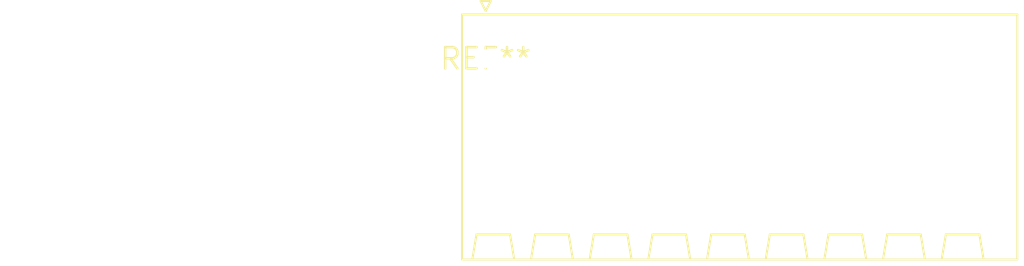
<source format=kicad_pcb>
(kicad_pcb (version 20240108) (generator pcbnew)
  (layers (0 "F.Cu" signal) (31 "B.Cu" signal) (34 "B.Paste" user) (35 "F.Paste" user) (36 "B.SilkS" user "B.Silkscreen") (37 "F.SilkS" user "F.Silkscreen") (38 "B.Mask" user) (39 "F.Mask" user) (44 "Edge.Cuts" user))
  (net 0 "")
  (footprint "PhoenixContact_SPT_1.5_9-H-3.5_1x09_P3.5mm_Horizontal" (layer "F.Cu") (at 0 0)
    (property "Reference" "REF**")
    (property "Value" "PhoenixContact_SPT_1.5_9-H-3.5_1x09_P3.5mm_Horizontal")
    (fp_line (start -1.41 -2.64) (end 31.71 -2.64) (layer "F.SilkS") (stroke (width 0.12)))
    (fp_line (start -1.41 11.98) (end -1.41 -2.64) (layer "F.SilkS") (stroke (width 0.12)))
    (fp_line (start -0.8 11.98) (end -0.55 10.48) (layer "F.SilkS") (stroke (width 0.12)))
    (fp_line (start -0.55 10.48) (end 1.45 10.48) (layer "F.SilkS") (stroke (width 0.12)))
    (fp_line (start -0.3 -3.44) (end 0 -2.84) (layer "F.SilkS") (stroke (width 0.12)))
    (fp_line (start -0.3 -3.44) (end 0.3 -3.44) (layer "F.SilkS") (stroke (width 0.12)))
    (fp_line (start 0.3 -3.44) (end 0 -2.84) (layer "F.SilkS") (stroke (width 0.12)))
    (fp_line (start 1.7 11.98) (end 1.45 10.48) (layer "F.SilkS") (stroke (width 0.12)))
    (fp_line (start 2.7 11.98) (end 2.95 10.48) (layer "F.SilkS") (stroke (width 0.12)))
    (fp_line (start 2.95 10.48) (end 4.95 10.48) (layer "F.SilkS") (stroke (width 0.12)))
    (fp_line (start 5.2 11.98) (end 4.95 10.48) (layer "F.SilkS") (stroke (width 0.12)))
    (fp_line (start 6.2 11.98) (end 6.45 10.48) (layer "F.SilkS") (stroke (width 0.12)))
    (fp_line (start 6.45 10.48) (end 8.45 10.48) (layer "F.SilkS") (stroke (width 0.12)))
    (fp_line (start 8.7 11.98) (end 8.45 10.48) (layer "F.SilkS") (stroke (width 0.12)))
    (fp_line (start 9.7 11.98) (end 9.95 10.48) (layer "F.SilkS") (stroke (width 0.12)))
    (fp_line (start 9.95 10.48) (end 11.95 10.48) (layer "F.SilkS") (stroke (width 0.12)))
    (fp_line (start 12.2 11.98) (end 11.95 10.48) (layer "F.SilkS") (stroke (width 0.12)))
    (fp_line (start 13.2 11.98) (end 13.45 10.48) (layer "F.SilkS") (stroke (width 0.12)))
    (fp_line (start 13.45 10.48) (end 15.45 10.48) (layer "F.SilkS") (stroke (width 0.12)))
    (fp_line (start 15.7 11.98) (end 15.45 10.48) (layer "F.SilkS") (stroke (width 0.12)))
    (fp_line (start 16.7 11.98) (end 16.95 10.48) (layer "F.SilkS") (stroke (width 0.12)))
    (fp_line (start 16.95 10.48) (end 18.95 10.48) (layer "F.SilkS") (stroke (width 0.12)))
    (fp_line (start 19.2 11.98) (end 18.95 10.48) (layer "F.SilkS") (stroke (width 0.12)))
    (fp_line (start 20.2 11.98) (end 20.45 10.48) (layer "F.SilkS") (stroke (width 0.12)))
    (fp_line (start 20.45 10.48) (end 22.45 10.48) (layer "F.SilkS") (stroke (width 0.12)))
    (fp_line (start 22.7 11.98) (end 22.45 10.48) (layer "F.SilkS") (stroke (width 0.12)))
    (fp_line (start 23.7 11.98) (end 23.95 10.48) (layer "F.SilkS") (stroke (width 0.12)))
    (fp_line (start 23.95 10.48) (end 25.95 10.48) (layer "F.SilkS") (stroke (width 0.12)))
    (fp_line (start 26.2 11.98) (end 25.95 10.48) (layer "F.SilkS") (stroke (width 0.12)))
    (fp_line (start 27.2 11.98) (end 27.45 10.48) (layer "F.SilkS") (stroke (width 0.12)))
    (fp_line (start 27.45 10.48) (end 29.45 10.48) (layer "F.SilkS") (stroke (width 0.12)))
    (fp_line (start 29.7 11.98) (end 29.45 10.48) (layer "F.SilkS") (stroke (width 0.12)))
    (fp_line (start 31.71 -2.64) (end 31.71 11.98) (layer "F.SilkS") (stroke (width 0.12)))
    (fp_line (start 31.71 11.98) (end -1.41 11.98) (layer "F.SilkS") (stroke (width 0.12)))
    (pad "1" thru_hole roundrect (at 0 0) (size 1.8 3.3) (drill 1.1) (layers *.Cu *.Mask) (remove_unused_layers) (roundrect_rratio 0.138889))
    (pad "1" thru_hole roundrect (at 0 8.2) (size 1.8 3.3) (drill 1.1) (layers *.Cu *.Mask) (remove_unused_layers) (roundrect_rratio 0.138889))
    (pad "2" thru_hole oval (at 3.5 0) (size 1.8 3.3) (drill 1.1) (layers *.Cu *.Mask) (remove_unused_layers))
    (pad "2" thru_hole oval (at 3.5 8.2) (size 1.8 3.3) (drill 1.1) (layers *.Cu *.Mask) (remove_unused_layers))
    (pad "3" thru_hole oval (at 7 0) (size 1.8 3.3) (drill 1.1) (layers *.Cu *.Mask) (remove_unused_layers))
    (pad "3" thru_hole oval (at 7 8.2) (size 1.8 3.3) (drill 1.1) (layers *.Cu *.Mask) (remove_unused_layers))
    (pad "4" thru_hole oval (at 10.5 0) (size 1.8 3.3) (drill 1.1) (layers *.Cu *.Mask) (remove_unused_layers))
    (pad "4" thru_hole oval (at 10.5 8.2) (size 1.8 3.3) (drill 1.1) (layers *.Cu *.Mask) (remove_unused_layers))
    (pad "5" thru_hole oval (at 14 0) (size 1.8 3.3) (drill 1.1) (layers *.Cu *.Mask) (remove_unused_layers))
    (pad "5" thru_hole oval (at 14 8.2) (size 1.8 3.3) (drill 1.1) (layers *.Cu *.Mask) (remove_unused_layers))
    (pad "6" thru_hole oval (at 17.5 0) (size 1.8 3.3) (drill 1.1) (layers *.Cu *.Mask) (remove_unused_layers))
    (pad "6" thru_hole oval (at 17.5 8.2) (size 1.8 3.3) (drill 1.1) (layers *.Cu *.Mask) (remove_unused_layers))
    (pad "7" thru_hole oval (at 21 0) (size 1.8 3.3) (drill 1.1) (layers *.Cu *.Mask) (remove_unused_layers))
    (pad "7" thru_hole oval (at 21 8.2) (size 1.8 3.3) (drill 1.1) (layers *.Cu *.Mask) (remove_unused_layers))
    (pad "8" thru_hole oval (at 24.5 0) (size 1.8 3.3) (drill 1.1) (layers *.Cu *.Mask) (remove_unused_layers))
    (pad "8" thru_hole oval (at 24.5 8.2) (size 1.8 3.3) (drill 1.1) (layers *.Cu *.Mask) (remove_unused_layers))
    (pad "9" thru_hole oval (at 28 0) (size 1.8 3.3) (drill 1.1) (layers *.Cu *.Mask) (remove_unused_layers))
    (pad "9" thru_hole oval (at 28 8.2) (size 1.8 3.3) (drill 1.1) (layers *.Cu *.Mask) (remove_unused_layers))
  )
)
</source>
